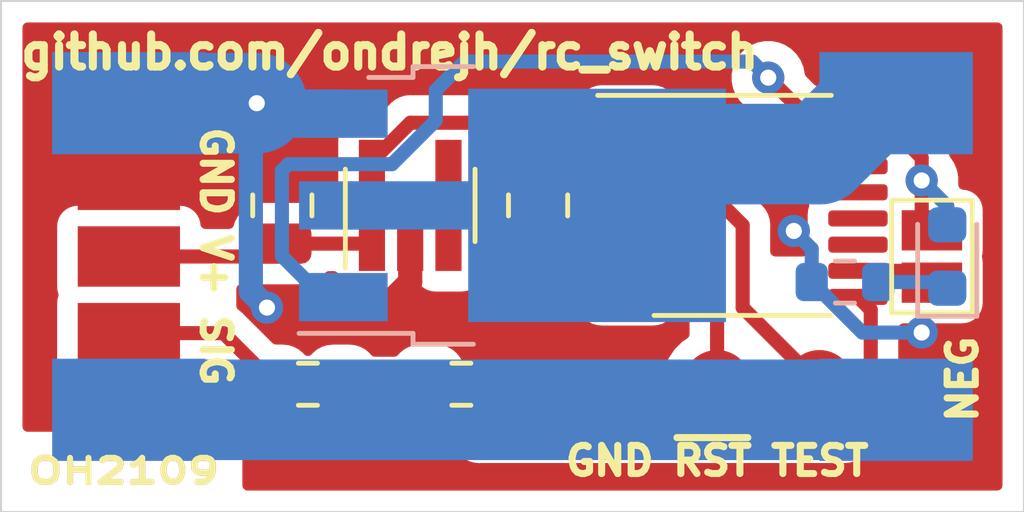
<source format=kicad_pcb>
(kicad_pcb (version 20171130) (host pcbnew 5.1.9+dfsg1-1)

  (general
    (thickness 1.6)
    (drawings 14)
    (tracks 92)
    (zones 0)
    (modules 14)
    (nets 23)
  )

  (page A4)
  (layers
    (0 F.Cu signal)
    (31 B.Cu signal)
    (32 B.Adhes user)
    (33 F.Adhes user)
    (34 B.Paste user hide)
    (35 F.Paste user hide)
    (36 B.SilkS user)
    (37 F.SilkS user)
    (38 B.Mask user hide)
    (39 F.Mask user)
    (40 Dwgs.User user)
    (41 Cmts.User user)
    (42 Eco1.User user)
    (43 Eco2.User user)
    (44 Edge.Cuts user)
    (45 Margin user)
    (46 B.CrtYd user)
    (47 F.CrtYd user)
    (48 B.Fab user hide)
    (49 F.Fab user hide)
  )

  (setup
    (last_trace_width 0.35)
    (trace_clearance 0.25)
    (zone_clearance 0.508)
    (zone_45_only no)
    (trace_min 0.2)
    (via_size 0.8)
    (via_drill 0.4)
    (via_min_size 0.4)
    (via_min_drill 0.3)
    (uvia_size 0.3)
    (uvia_drill 0.1)
    (uvias_allowed no)
    (uvia_min_size 0.2)
    (uvia_min_drill 0.1)
    (edge_width 0.05)
    (segment_width 0.2)
    (pcb_text_width 0.3)
    (pcb_text_size 1.5 1.5)
    (mod_edge_width 0.12)
    (mod_text_size 1 1)
    (mod_text_width 0.15)
    (pad_size 1.524 1.524)
    (pad_drill 0.762)
    (pad_to_mask_clearance 0)
    (aux_axis_origin 0 0)
    (visible_elements FFFFFF7F)
    (pcbplotparams
      (layerselection 0x010e0_ffffffff)
      (usegerberextensions false)
      (usegerberattributes true)
      (usegerberadvancedattributes true)
      (creategerberjobfile true)
      (excludeedgelayer true)
      (linewidth 0.100000)
      (plotframeref false)
      (viasonmask false)
      (mode 1)
      (useauxorigin false)
      (hpglpennumber 1)
      (hpglpenspeed 20)
      (hpglpendiameter 15.000000)
      (psnegative false)
      (psa4output false)
      (plotreference true)
      (plotvalue true)
      (plotinvisibletext false)
      (padsonsilk false)
      (subtractmaskfromsilk false)
      (outputformat 1)
      (mirror false)
      (drillshape 0)
      (scaleselection 1)
      (outputdirectory ""))
  )

  (net 0 "")
  (net 1 "Net-(C1-Pad1)")
  (net 2 GND)
  (net 3 /3V3)
  (net 4 "Net-(D1-Pad1)")
  (net 5 "Net-(D1-Pad2)")
  (net 6 /SIG)
  (net 7 "Net-(IC1-Pad2)")
  (net 8 "Net-(IC1-Pad3)")
  (net 9 "Net-(IC1-Pad4)")
  (net 10 "Net-(IC1-Pad7)")
  (net 11 "Net-(IC1-Pad8)")
  (net 12 "Net-(IC1-Pad10)")
  (net 13 "Net-(IC1-Pad11)")
  (net 14 "Net-(IC1-Pad12)")
  (net 15 "Net-(IC1-Pad13)")
  (net 16 "Net-(IC1-Pad14)")
  (net 17 "Net-(IC1-Pad16)")
  (net 18 "Net-(J1-Pad2)")
  (net 19 "Net-(J2-Pad3)")
  (net 20 "Net-(J4-Pad1)")
  (net 21 "Net-(U1-Pad4)")
  (net 22 "Net-(IC1-Pad1)")

  (net_class Default "This is the default net class."
    (clearance 0.25)
    (trace_width 0.35)
    (via_dia 0.8)
    (via_drill 0.4)
    (uvia_dia 0.3)
    (uvia_drill 0.1)
    (add_net /3V3)
    (add_net /SIG)
    (add_net "Net-(C1-Pad1)")
    (add_net "Net-(D1-Pad1)")
    (add_net "Net-(D1-Pad2)")
    (add_net "Net-(IC1-Pad1)")
    (add_net "Net-(IC1-Pad10)")
    (add_net "Net-(IC1-Pad11)")
    (add_net "Net-(IC1-Pad12)")
    (add_net "Net-(IC1-Pad13)")
    (add_net "Net-(IC1-Pad14)")
    (add_net "Net-(IC1-Pad16)")
    (add_net "Net-(IC1-Pad2)")
    (add_net "Net-(IC1-Pad3)")
    (add_net "Net-(IC1-Pad4)")
    (add_net "Net-(IC1-Pad7)")
    (add_net "Net-(IC1-Pad8)")
    (add_net "Net-(J2-Pad3)")
    (add_net "Net-(U1-Pad4)")
  )

  (net_class PWR ""
    (clearance 0.25)
    (trace_width 0.6)
    (via_dia 0.8)
    (via_drill 0.4)
    (uvia_dia 0.3)
    (uvia_drill 0.1)
    (add_net GND)
    (add_net "Net-(J1-Pad2)")
    (add_net "Net-(J4-Pad1)")
  )

  (module Package_TO_SOT_SMD:SOT-23-5 (layer F.Cu) (tedit 5A02FF57) (tstamp 613E25C4)
    (at 143.51 87.63 90)
    (descr "5-pin SOT23 package")
    (tags SOT-23-5)
    (path /613EF471)
    (attr smd)
    (fp_text reference U1 (at 0 -2.9 90) (layer F.SilkS) hide
      (effects (font (size 1 1) (thickness 0.15)))
    )
    (fp_text value AP2202K-3.3 (at 0 2.9 90) (layer F.Fab)
      (effects (font (size 1 1) (thickness 0.15)))
    )
    (fp_line (start -0.9 1.61) (end 0.9 1.61) (layer F.SilkS) (width 0.12))
    (fp_line (start 0.9 -1.61) (end -1.55 -1.61) (layer F.SilkS) (width 0.12))
    (fp_line (start -1.9 -1.8) (end 1.9 -1.8) (layer F.CrtYd) (width 0.05))
    (fp_line (start 1.9 -1.8) (end 1.9 1.8) (layer F.CrtYd) (width 0.05))
    (fp_line (start 1.9 1.8) (end -1.9 1.8) (layer F.CrtYd) (width 0.05))
    (fp_line (start -1.9 1.8) (end -1.9 -1.8) (layer F.CrtYd) (width 0.05))
    (fp_line (start -0.9 -0.9) (end -0.25 -1.55) (layer F.Fab) (width 0.1))
    (fp_line (start 0.9 -1.55) (end -0.25 -1.55) (layer F.Fab) (width 0.1))
    (fp_line (start -0.9 -0.9) (end -0.9 1.55) (layer F.Fab) (width 0.1))
    (fp_line (start 0.9 1.55) (end -0.9 1.55) (layer F.Fab) (width 0.1))
    (fp_line (start 0.9 -1.55) (end 0.9 1.55) (layer F.Fab) (width 0.1))
    (fp_text user %R (at 0 0) (layer F.Fab)
      (effects (font (size 0.5 0.5) (thickness 0.075)))
    )
    (pad 1 smd rect (at -1.1 -0.95 90) (size 1.06 0.65) (layers F.Cu F.Paste F.Mask)
      (net 1 "Net-(C1-Pad1)"))
    (pad 2 smd rect (at -1.1 0 90) (size 1.06 0.65) (layers F.Cu F.Paste F.Mask)
      (net 2 GND))
    (pad 3 smd rect (at -1.1 0.95 90) (size 1.06 0.65) (layers F.Cu F.Paste F.Mask)
      (net 1 "Net-(C1-Pad1)"))
    (pad 4 smd rect (at 1.1 0.95 90) (size 1.06 0.65) (layers F.Cu F.Paste F.Mask)
      (net 21 "Net-(U1-Pad4)"))
    (pad 5 smd rect (at 1.1 -0.95 90) (size 1.06 0.65) (layers F.Cu F.Paste F.Mask)
      (net 3 /3V3))
    (model ${KISYS3DMOD}/Package_TO_SOT_SMD.3dshapes/SOT-23-5.wrl
      (at (xyz 0 0 0))
      (scale (xyz 1 1 1))
      (rotate (xyz 0 0 0))
    )
  )

  (module Package_TO_SOT_SMD:TO-252-3_TabPin2 (layer B.Cu) (tedit 5A70F30B) (tstamp 613DCDEF)
    (at 146.05 87.63)
    (descr "TO-252 / DPAK SMD package, http://www.infineon.com/cms/en/product/packages/PG-TO252/PG-TO252-3-1/")
    (tags "DPAK TO-252 DPAK-3 TO-252-3 SOT-428")
    (path /613EA9E3)
    (attr smd)
    (fp_text reference Q1 (at 0 4.5) (layer B.SilkS) hide
      (effects (font (size 1 1) (thickness 0.15)) (justify mirror))
    )
    (fp_text value 2SK2231 (at 0 -4.5) (layer B.Fab)
      (effects (font (size 1 1) (thickness 0.15)) (justify mirror))
    )
    (fp_line (start 3.95 2.7) (end 4.95 2.7) (layer B.Fab) (width 0.1))
    (fp_line (start 4.95 2.7) (end 4.95 -2.7) (layer B.Fab) (width 0.1))
    (fp_line (start 4.95 -2.7) (end 3.95 -2.7) (layer B.Fab) (width 0.1))
    (fp_line (start 3.95 3.25) (end 3.95 -3.25) (layer B.Fab) (width 0.1))
    (fp_line (start 3.95 -3.25) (end -2.27 -3.25) (layer B.Fab) (width 0.1))
    (fp_line (start -2.27 -3.25) (end -2.27 2.25) (layer B.Fab) (width 0.1))
    (fp_line (start -2.27 2.25) (end -1.27 3.25) (layer B.Fab) (width 0.1))
    (fp_line (start -1.27 3.25) (end 3.95 3.25) (layer B.Fab) (width 0.1))
    (fp_line (start -1.865 2.655) (end -4.97 2.655) (layer B.Fab) (width 0.1))
    (fp_line (start -4.97 2.655) (end -4.97 1.905) (layer B.Fab) (width 0.1))
    (fp_line (start -4.97 1.905) (end -2.27 1.905) (layer B.Fab) (width 0.1))
    (fp_line (start -2.27 0.375) (end -4.97 0.375) (layer B.Fab) (width 0.1))
    (fp_line (start -4.97 0.375) (end -4.97 -0.375) (layer B.Fab) (width 0.1))
    (fp_line (start -4.97 -0.375) (end -2.27 -0.375) (layer B.Fab) (width 0.1))
    (fp_line (start -2.27 -1.905) (end -4.97 -1.905) (layer B.Fab) (width 0.1))
    (fp_line (start -4.97 -1.905) (end -4.97 -2.655) (layer B.Fab) (width 0.1))
    (fp_line (start -4.97 -2.655) (end -2.27 -2.655) (layer B.Fab) (width 0.1))
    (fp_line (start -0.97 3.45) (end -2.47 3.45) (layer B.SilkS) (width 0.12))
    (fp_line (start -2.47 3.45) (end -2.47 3.18) (layer B.SilkS) (width 0.12))
    (fp_line (start -2.47 3.18) (end -5.3 3.18) (layer B.SilkS) (width 0.12))
    (fp_line (start -0.97 -3.45) (end -2.47 -3.45) (layer B.SilkS) (width 0.12))
    (fp_line (start -2.47 -3.45) (end -2.47 -3.18) (layer B.SilkS) (width 0.12))
    (fp_line (start -2.47 -3.18) (end -3.57 -3.18) (layer B.SilkS) (width 0.12))
    (fp_line (start -5.55 3.5) (end -5.55 -3.5) (layer B.CrtYd) (width 0.05))
    (fp_line (start -5.55 -3.5) (end 5.55 -3.5) (layer B.CrtYd) (width 0.05))
    (fp_line (start 5.55 -3.5) (end 5.55 3.5) (layer B.CrtYd) (width 0.05))
    (fp_line (start 5.55 3.5) (end -5.55 3.5) (layer B.CrtYd) (width 0.05))
    (fp_text user %R (at 0 0) (layer B.Fab)
      (effects (font (size 1 1) (thickness 0.15)) (justify mirror))
    )
    (pad 1 smd rect (at -4.2 2.28) (size 2.2 1.2) (layers B.Cu B.Paste B.Mask)
      (net 17 "Net-(IC1-Pad16)"))
    (pad 2 smd rect (at -4.2 0) (size 2.2 1.2) (layers B.Cu B.Paste B.Mask)
      (net 20 "Net-(J4-Pad1)"))
    (pad 3 smd rect (at -4.2 -2.28) (size 2.2 1.2) (layers B.Cu B.Paste B.Mask)
      (net 2 GND))
    (pad 2 smd rect (at 2.1 0) (size 6.4 5.8) (layers B.Cu B.Mask)
      (net 20 "Net-(J4-Pad1)"))
    (pad "" smd rect (at 3.775 -1.525) (size 3.05 2.75) (layers B.Paste))
    (pad "" smd rect (at 0.425 1.525) (size 3.05 2.75) (layers B.Paste))
    (pad "" smd rect (at 3.775 1.525) (size 3.05 2.75) (layers B.Paste))
    (pad "" smd rect (at 0.425 -1.525) (size 3.05 2.75) (layers B.Paste))
    (model ${KISYS3DMOD}/Package_TO_SOT_SMD.3dshapes/TO-252-3_TabPin2.wrl
      (at (xyz 0 0 0))
      (scale (xyz 1 1 1))
      (rotate (xyz 0 0 0))
    )
  )

  (module switch:PROG (layer F.Cu) (tedit 613DCA67) (tstamp 613E2188)
    (at 151.13 92.075 90)
    (path /613F250D)
    (fp_text reference J3 (at 0 0.5 90) (layer F.SilkS) hide
      (effects (font (size 1 1) (thickness 0.15)))
    )
    (fp_text value Conn_01x03 (at 0 -0.5 90) (layer F.Fab)
      (effects (font (size 1 1) (thickness 0.15)))
    )
    (pad 2 smd circle (at 0 0 90) (size 1.7 1.7) (layers F.Cu F.Paste F.Mask)
      (net 9 "Net-(IC1-Pad4)"))
    (pad 3 smd circle (at 0 2.54 90) (size 1.7 1.7) (layers F.Cu F.Paste F.Mask)
      (net 8 "Net-(IC1-Pad3)"))
    (pad 1 smd rect (at 0 -2.54 90) (size 1.7 1.7) (layers F.Cu F.Paste F.Mask)
      (net 2 GND))
  )

  (module LED_SMD:LED_0603_1608Metric (layer B.Cu) (tedit 5F68FEF1) (tstamp 613DCA24)
    (at 156.845 88.9 90)
    (descr "LED SMD 0603 (1608 Metric), square (rectangular) end terminal, IPC_7351 nominal, (Body size source: http://www.tortai-tech.com/upload/download/2011102023233369053.pdf), generated with kicad-footprint-generator")
    (tags LED)
    (path /613F4707)
    (attr smd)
    (fp_text reference D1 (at 0 1.43 90) (layer B.SilkS) hide
      (effects (font (size 1 1) (thickness 0.15)) (justify mirror))
    )
    (fp_text value LED (at 0 -1.43 90) (layer B.Fab)
      (effects (font (size 1 1) (thickness 0.15)) (justify mirror))
    )
    (fp_line (start 0.8 0.4) (end -0.5 0.4) (layer B.Fab) (width 0.1))
    (fp_line (start -0.5 0.4) (end -0.8 0.1) (layer B.Fab) (width 0.1))
    (fp_line (start -0.8 0.1) (end -0.8 -0.4) (layer B.Fab) (width 0.1))
    (fp_line (start -0.8 -0.4) (end 0.8 -0.4) (layer B.Fab) (width 0.1))
    (fp_line (start 0.8 -0.4) (end 0.8 0.4) (layer B.Fab) (width 0.1))
    (fp_line (start 0.8 0.735) (end -1.485 0.735) (layer B.SilkS) (width 0.12))
    (fp_line (start -1.485 0.735) (end -1.485 -0.735) (layer B.SilkS) (width 0.12))
    (fp_line (start -1.485 -0.735) (end 0.8 -0.735) (layer B.SilkS) (width 0.12))
    (fp_line (start -1.48 -0.73) (end -1.48 0.73) (layer B.CrtYd) (width 0.05))
    (fp_line (start -1.48 0.73) (end 1.48 0.73) (layer B.CrtYd) (width 0.05))
    (fp_line (start 1.48 0.73) (end 1.48 -0.73) (layer B.CrtYd) (width 0.05))
    (fp_line (start 1.48 -0.73) (end -1.48 -0.73) (layer B.CrtYd) (width 0.05))
    (fp_text user %R (at 0 0 90) (layer B.Fab)
      (effects (font (size 0.4 0.4) (thickness 0.06)) (justify mirror))
    )
    (pad 1 smd roundrect (at -0.7875 0 90) (size 0.875 0.95) (layers B.Cu B.Paste B.Mask) (roundrect_rratio 0.25)
      (net 4 "Net-(D1-Pad1)"))
    (pad 2 smd roundrect (at 0.7875 0 90) (size 0.875 0.95) (layers B.Cu B.Paste B.Mask) (roundrect_rratio 0.25)
      (net 5 "Net-(D1-Pad2)"))
    (model ${KISYS3DMOD}/LED_SMD.3dshapes/LED_0603_1608Metric.wrl
      (at (xyz 0 0 0))
      (scale (xyz 1 1 1))
      (rotate (xyz 0 0 0))
    )
  )

  (module Package_SO:TSSOP-16_4.4x5mm_P0.65mm (layer F.Cu) (tedit 5E476F32) (tstamp 613DCA46)
    (at 151.765 87.63)
    (descr "TSSOP, 16 Pin (JEDEC MO-153 Var AB https://www.jedec.org/document_search?search_api_views_fulltext=MO-153), generated with kicad-footprint-generator ipc_gullwing_generator.py")
    (tags "TSSOP SO")
    (path /613E0728)
    (attr smd)
    (fp_text reference IC1 (at 0 -3.45) (layer F.SilkS) hide
      (effects (font (size 1 1) (thickness 0.15)))
    )
    (fp_text value MSP430FR2000IPW16 (at 0 3.45) (layer F.Fab)
      (effects (font (size 1 1) (thickness 0.15)))
    )
    (fp_line (start 0 2.735) (end 2.2 2.735) (layer F.SilkS) (width 0.12))
    (fp_line (start 0 2.735) (end -2.2 2.735) (layer F.SilkS) (width 0.12))
    (fp_line (start 0 -2.735) (end 2.2 -2.735) (layer F.SilkS) (width 0.12))
    (fp_line (start 0 -2.735) (end -3.6 -2.735) (layer F.SilkS) (width 0.12))
    (fp_line (start -1.2 -2.5) (end 2.2 -2.5) (layer F.Fab) (width 0.1))
    (fp_line (start 2.2 -2.5) (end 2.2 2.5) (layer F.Fab) (width 0.1))
    (fp_line (start 2.2 2.5) (end -2.2 2.5) (layer F.Fab) (width 0.1))
    (fp_line (start -2.2 2.5) (end -2.2 -1.5) (layer F.Fab) (width 0.1))
    (fp_line (start -2.2 -1.5) (end -1.2 -2.5) (layer F.Fab) (width 0.1))
    (fp_line (start -3.85 -2.75) (end -3.85 2.75) (layer F.CrtYd) (width 0.05))
    (fp_line (start -3.85 2.75) (end 3.85 2.75) (layer F.CrtYd) (width 0.05))
    (fp_line (start 3.85 2.75) (end 3.85 -2.75) (layer F.CrtYd) (width 0.05))
    (fp_line (start 3.85 -2.75) (end -3.85 -2.75) (layer F.CrtYd) (width 0.05))
    (fp_text user %R (at 0 0) (layer F.Fab)
      (effects (font (size 1 1) (thickness 0.15)))
    )
    (pad 1 smd roundrect (at -2.8625 -2.275) (size 1.475 0.4) (layers F.Cu F.Paste F.Mask) (roundrect_rratio 0.25)
      (net 22 "Net-(IC1-Pad1)"))
    (pad 2 smd roundrect (at -2.8625 -1.625) (size 1.475 0.4) (layers F.Cu F.Paste F.Mask) (roundrect_rratio 0.25)
      (net 7 "Net-(IC1-Pad2)"))
    (pad 3 smd roundrect (at -2.8625 -0.975) (size 1.475 0.4) (layers F.Cu F.Paste F.Mask) (roundrect_rratio 0.25)
      (net 8 "Net-(IC1-Pad3)"))
    (pad 4 smd roundrect (at -2.8625 -0.325) (size 1.475 0.4) (layers F.Cu F.Paste F.Mask) (roundrect_rratio 0.25)
      (net 9 "Net-(IC1-Pad4)"))
    (pad 5 smd roundrect (at -2.8625 0.325) (size 1.475 0.4) (layers F.Cu F.Paste F.Mask) (roundrect_rratio 0.25)
      (net 3 /3V3))
    (pad 6 smd roundrect (at -2.8625 0.975) (size 1.475 0.4) (layers F.Cu F.Paste F.Mask) (roundrect_rratio 0.25)
      (net 2 GND))
    (pad 7 smd roundrect (at -2.8625 1.625) (size 1.475 0.4) (layers F.Cu F.Paste F.Mask) (roundrect_rratio 0.25)
      (net 10 "Net-(IC1-Pad7)"))
    (pad 8 smd roundrect (at -2.8625 2.275) (size 1.475 0.4) (layers F.Cu F.Paste F.Mask) (roundrect_rratio 0.25)
      (net 11 "Net-(IC1-Pad8)"))
    (pad 9 smd roundrect (at 2.8625 2.275) (size 1.475 0.4) (layers F.Cu F.Paste F.Mask) (roundrect_rratio 0.25)
      (net 6 /SIG))
    (pad 10 smd roundrect (at 2.8625 1.625) (size 1.475 0.4) (layers F.Cu F.Paste F.Mask) (roundrect_rratio 0.25)
      (net 12 "Net-(IC1-Pad10)"))
    (pad 11 smd roundrect (at 2.8625 0.975) (size 1.475 0.4) (layers F.Cu F.Paste F.Mask) (roundrect_rratio 0.25)
      (net 13 "Net-(IC1-Pad11)"))
    (pad 12 smd roundrect (at 2.8625 0.325) (size 1.475 0.4) (layers F.Cu F.Paste F.Mask) (roundrect_rratio 0.25)
      (net 14 "Net-(IC1-Pad12)"))
    (pad 13 smd roundrect (at 2.8625 -0.325) (size 1.475 0.4) (layers F.Cu F.Paste F.Mask) (roundrect_rratio 0.25)
      (net 15 "Net-(IC1-Pad13)"))
    (pad 14 smd roundrect (at 2.8625 -0.975) (size 1.475 0.4) (layers F.Cu F.Paste F.Mask) (roundrect_rratio 0.25)
      (net 16 "Net-(IC1-Pad14)"))
    (pad 15 smd roundrect (at 2.8625 -1.625) (size 1.475 0.4) (layers F.Cu F.Paste F.Mask) (roundrect_rratio 0.25)
      (net 5 "Net-(D1-Pad2)"))
    (pad 16 smd roundrect (at 2.8625 -2.275) (size 1.475 0.4) (layers F.Cu F.Paste F.Mask) (roundrect_rratio 0.25)
      (net 17 "Net-(IC1-Pad16)"))
    (model ${KISYS3DMOD}/Package_SO.3dshapes/TSSOP-16_4.4x5mm_P0.65mm.wrl
      (at (xyz 0 0 0))
      (scale (xyz 1 1 1))
      (rotate (xyz 0 0 0))
    )
  )

  (module Resistor_SMD:R_0603_1608Metric (layer F.Cu) (tedit 5F68FEEE) (tstamp 613DCAB1)
    (at 140.97 92.075)
    (descr "Resistor SMD 0603 (1608 Metric), square (rectangular) end terminal, IPC_7351 nominal, (Body size source: IPC-SM-782 page 72, https://www.pcb-3d.com/wordpress/wp-content/uploads/ipc-sm-782a_amendment_1_and_2.pdf), generated with kicad-footprint-generator")
    (tags resistor)
    (path /613E61DF)
    (attr smd)
    (fp_text reference R1 (at 0 -1.43) (layer F.SilkS) hide
      (effects (font (size 1 1) (thickness 0.15)))
    )
    (fp_text value 10k (at 0 1.43) (layer F.Fab)
      (effects (font (size 1 1) (thickness 0.15)))
    )
    (fp_line (start -0.8 0.4125) (end -0.8 -0.4125) (layer F.Fab) (width 0.1))
    (fp_line (start -0.8 -0.4125) (end 0.8 -0.4125) (layer F.Fab) (width 0.1))
    (fp_line (start 0.8 -0.4125) (end 0.8 0.4125) (layer F.Fab) (width 0.1))
    (fp_line (start 0.8 0.4125) (end -0.8 0.4125) (layer F.Fab) (width 0.1))
    (fp_line (start -0.237258 -0.5225) (end 0.237258 -0.5225) (layer F.SilkS) (width 0.12))
    (fp_line (start -0.237258 0.5225) (end 0.237258 0.5225) (layer F.SilkS) (width 0.12))
    (fp_line (start -1.48 0.73) (end -1.48 -0.73) (layer F.CrtYd) (width 0.05))
    (fp_line (start -1.48 -0.73) (end 1.48 -0.73) (layer F.CrtYd) (width 0.05))
    (fp_line (start 1.48 -0.73) (end 1.48 0.73) (layer F.CrtYd) (width 0.05))
    (fp_line (start 1.48 0.73) (end -1.48 0.73) (layer F.CrtYd) (width 0.05))
    (fp_text user %R (at 0 0) (layer F.Fab)
      (effects (font (size 0.4 0.4) (thickness 0.06)))
    )
    (pad 1 smd roundrect (at -0.825 0) (size 0.8 0.95) (layers F.Cu F.Paste F.Mask) (roundrect_rratio 0.25)
      (net 19 "Net-(J2-Pad3)"))
    (pad 2 smd roundrect (at 0.825 0) (size 0.8 0.95) (layers F.Cu F.Paste F.Mask) (roundrect_rratio 0.25)
      (net 6 /SIG))
    (model ${KISYS3DMOD}/Resistor_SMD.3dshapes/R_0603_1608Metric.wrl
      (at (xyz 0 0 0))
      (scale (xyz 1 1 1))
      (rotate (xyz 0 0 0))
    )
  )

  (module Resistor_SMD:R_0603_1608Metric (layer F.Cu) (tedit 5F68FEEE) (tstamp 613DCAC2)
    (at 144.78 92.075)
    (descr "Resistor SMD 0603 (1608 Metric), square (rectangular) end terminal, IPC_7351 nominal, (Body size source: IPC-SM-782 page 72, https://www.pcb-3d.com/wordpress/wp-content/uploads/ipc-sm-782a_amendment_1_and_2.pdf), generated with kicad-footprint-generator")
    (tags resistor)
    (path /613E682E)
    (attr smd)
    (fp_text reference R2 (at 0 -1.43) (layer F.SilkS) hide
      (effects (font (size 1 1) (thickness 0.15)))
    )
    (fp_text value 22k (at 0 1.43) (layer F.Fab)
      (effects (font (size 1 1) (thickness 0.15)))
    )
    (fp_line (start 1.48 0.73) (end -1.48 0.73) (layer F.CrtYd) (width 0.05))
    (fp_line (start 1.48 -0.73) (end 1.48 0.73) (layer F.CrtYd) (width 0.05))
    (fp_line (start -1.48 -0.73) (end 1.48 -0.73) (layer F.CrtYd) (width 0.05))
    (fp_line (start -1.48 0.73) (end -1.48 -0.73) (layer F.CrtYd) (width 0.05))
    (fp_line (start -0.237258 0.5225) (end 0.237258 0.5225) (layer F.SilkS) (width 0.12))
    (fp_line (start -0.237258 -0.5225) (end 0.237258 -0.5225) (layer F.SilkS) (width 0.12))
    (fp_line (start 0.8 0.4125) (end -0.8 0.4125) (layer F.Fab) (width 0.1))
    (fp_line (start 0.8 -0.4125) (end 0.8 0.4125) (layer F.Fab) (width 0.1))
    (fp_line (start -0.8 -0.4125) (end 0.8 -0.4125) (layer F.Fab) (width 0.1))
    (fp_line (start -0.8 0.4125) (end -0.8 -0.4125) (layer F.Fab) (width 0.1))
    (fp_text user %R (at 0 0) (layer F.Fab)
      (effects (font (size 0.4 0.4) (thickness 0.06)))
    )
    (pad 2 smd roundrect (at 0.825 0) (size 0.8 0.95) (layers F.Cu F.Paste F.Mask) (roundrect_rratio 0.25)
      (net 2 GND))
    (pad 1 smd roundrect (at -0.825 0) (size 0.8 0.95) (layers F.Cu F.Paste F.Mask) (roundrect_rratio 0.25)
      (net 6 /SIG))
    (model ${KISYS3DMOD}/Resistor_SMD.3dshapes/R_0603_1608Metric.wrl
      (at (xyz 0 0 0))
      (scale (xyz 1 1 1))
      (rotate (xyz 0 0 0))
    )
  )

  (module Resistor_SMD:R_0603_1608Metric (layer B.Cu) (tedit 5F68FEEE) (tstamp 613DCAD3)
    (at 154.305 89.535 180)
    (descr "Resistor SMD 0603 (1608 Metric), square (rectangular) end terminal, IPC_7351 nominal, (Body size source: IPC-SM-782 page 72, https://www.pcb-3d.com/wordpress/wp-content/uploads/ipc-sm-782a_amendment_1_and_2.pdf), generated with kicad-footprint-generator")
    (tags resistor)
    (path /613F6066)
    (attr smd)
    (fp_text reference R3 (at 0 1.43) (layer B.SilkS) hide
      (effects (font (size 1 1) (thickness 0.15)) (justify mirror))
    )
    (fp_text value 1k0 (at 0 -1.43) (layer B.Fab)
      (effects (font (size 1 1) (thickness 0.15)) (justify mirror))
    )
    (fp_line (start -0.8 -0.4125) (end -0.8 0.4125) (layer B.Fab) (width 0.1))
    (fp_line (start -0.8 0.4125) (end 0.8 0.4125) (layer B.Fab) (width 0.1))
    (fp_line (start 0.8 0.4125) (end 0.8 -0.4125) (layer B.Fab) (width 0.1))
    (fp_line (start 0.8 -0.4125) (end -0.8 -0.4125) (layer B.Fab) (width 0.1))
    (fp_line (start -0.237258 0.5225) (end 0.237258 0.5225) (layer B.SilkS) (width 0.12))
    (fp_line (start -0.237258 -0.5225) (end 0.237258 -0.5225) (layer B.SilkS) (width 0.12))
    (fp_line (start -1.48 -0.73) (end -1.48 0.73) (layer B.CrtYd) (width 0.05))
    (fp_line (start -1.48 0.73) (end 1.48 0.73) (layer B.CrtYd) (width 0.05))
    (fp_line (start 1.48 0.73) (end 1.48 -0.73) (layer B.CrtYd) (width 0.05))
    (fp_line (start 1.48 -0.73) (end -1.48 -0.73) (layer B.CrtYd) (width 0.05))
    (fp_text user %R (at 0 0) (layer B.Fab)
      (effects (font (size 0.4 0.4) (thickness 0.06)) (justify mirror))
    )
    (pad 1 smd roundrect (at -0.825 0 180) (size 0.8 0.95) (layers B.Cu B.Paste B.Mask) (roundrect_rratio 0.25)
      (net 4 "Net-(D1-Pad1)"))
    (pad 2 smd roundrect (at 0.825 0 180) (size 0.8 0.95) (layers B.Cu B.Paste B.Mask) (roundrect_rratio 0.25)
      (net 2 GND))
    (model ${KISYS3DMOD}/Resistor_SMD.3dshapes/R_0603_1608Metric.wrl
      (at (xyz 0 0 0))
      (scale (xyz 1 1 1))
      (rotate (xyz 0 0 0))
    )
  )

  (module switch:PWR_CON (layer B.Cu) (tedit 613DC64E) (tstamp 613E205B)
    (at 136.525 88.9 180)
    (path /613D425B)
    (fp_text reference J1 (at 0 -0.5) (layer B.SilkS) hide
      (effects (font (size 1 1) (thickness 0.15)) (justify mirror))
    )
    (fp_text value Conn_01x02 (at 0 0.5) (layer B.Fab)
      (effects (font (size 1 1) (thickness 0.15)) (justify mirror))
    )
    (pad 1 smd rect (at 0 3.81 180) (size 3.81 2.54) (layers B.Cu B.Paste B.Mask)
      (net 2 GND))
    (pad 2 smd rect (at 0 -3.81 180) (size 3.81 2.54) (layers B.Cu B.Paste B.Mask)
      (net 18 "Net-(J1-Pad2)"))
  )

  (module switch:PWR_CON (layer B.Cu) (tedit 613DC64E) (tstamp 613E2060)
    (at 155.575 88.9 180)
    (path /613D512D)
    (fp_text reference J4 (at 0 -0.5) (layer B.SilkS) hide
      (effects (font (size 1 1) (thickness 0.15)) (justify mirror))
    )
    (fp_text value Conn_01x02 (at 0 0.5) (layer B.Fab)
      (effects (font (size 1 1) (thickness 0.15)) (justify mirror))
    )
    (pad 2 smd rect (at 0 -3.81 180) (size 3.81 2.54) (layers B.Cu B.Paste B.Mask)
      (net 18 "Net-(J1-Pad2)"))
    (pad 1 smd rect (at 0 3.81 180) (size 3.81 2.54) (layers B.Cu B.Paste B.Mask)
      (net 20 "Net-(J4-Pad1)"))
  )

  (module switch:SERVO (layer F.Cu) (tedit 613DCB8D) (tstamp 613E2521)
    (at 136.525 88.9)
    (path /613DEDAA)
    (fp_text reference J2 (at 0 0.5) (layer F.SilkS) hide
      (effects (font (size 1 1) (thickness 0.15)))
    )
    (fp_text value Conn_01x03 (at 0 -0.5) (layer F.Fab)
      (effects (font (size 1 1) (thickness 0.15)))
    )
    (pad 1 smd rect (at 0 -1.905) (size 2.54 1.5) (layers F.Cu F.Paste F.Mask)
      (net 2 GND))
    (pad 2 smd rect (at 0 0) (size 2.54 1.5) (layers F.Cu F.Paste F.Mask)
      (net 1 "Net-(C1-Pad1)"))
    (pad 3 smd rect (at 0 1.905) (size 2.54 1.5) (layers F.Cu F.Paste F.Mask)
      (net 19 "Net-(J2-Pad3)"))
  )

  (module Capacitor_SMD:C_0805_2012Metric (layer F.Cu) (tedit 5F68FEEE) (tstamp 613EEF67)
    (at 140.335 87.63 90)
    (descr "Capacitor SMD 0805 (2012 Metric), square (rectangular) end terminal, IPC_7351 nominal, (Body size source: IPC-SM-782 page 76, https://www.pcb-3d.com/wordpress/wp-content/uploads/ipc-sm-782a_amendment_1_and_2.pdf, https://docs.google.com/spreadsheets/d/1BsfQQcO9C6DZCsRaXUlFlo91Tg2WpOkGARC1WS5S8t0/edit?usp=sharing), generated with kicad-footprint-generator")
    (tags capacitor)
    (path /613EEAD0)
    (attr smd)
    (fp_text reference C1 (at 0 -1.68 90) (layer F.SilkS) hide
      (effects (font (size 1 1) (thickness 0.15)))
    )
    (fp_text value 220n (at 0 1.68 90) (layer F.Fab)
      (effects (font (size 1 1) (thickness 0.15)))
    )
    (fp_line (start 1.7 0.98) (end -1.7 0.98) (layer F.CrtYd) (width 0.05))
    (fp_line (start 1.7 -0.98) (end 1.7 0.98) (layer F.CrtYd) (width 0.05))
    (fp_line (start -1.7 -0.98) (end 1.7 -0.98) (layer F.CrtYd) (width 0.05))
    (fp_line (start -1.7 0.98) (end -1.7 -0.98) (layer F.CrtYd) (width 0.05))
    (fp_line (start -0.261252 0.735) (end 0.261252 0.735) (layer F.SilkS) (width 0.12))
    (fp_line (start -0.261252 -0.735) (end 0.261252 -0.735) (layer F.SilkS) (width 0.12))
    (fp_line (start 1 0.625) (end -1 0.625) (layer F.Fab) (width 0.1))
    (fp_line (start 1 -0.625) (end 1 0.625) (layer F.Fab) (width 0.1))
    (fp_line (start -1 -0.625) (end 1 -0.625) (layer F.Fab) (width 0.1))
    (fp_line (start -1 0.625) (end -1 -0.625) (layer F.Fab) (width 0.1))
    (fp_text user %R (at 0 0 90) (layer F.Fab)
      (effects (font (size 0.5 0.5) (thickness 0.08)))
    )
    (pad 1 smd roundrect (at -0.95 0 90) (size 1 1.45) (layers F.Cu F.Paste F.Mask) (roundrect_rratio 0.25)
      (net 1 "Net-(C1-Pad1)"))
    (pad 2 smd roundrect (at 0.95 0 90) (size 1 1.45) (layers F.Cu F.Paste F.Mask) (roundrect_rratio 0.25)
      (net 2 GND))
    (model ${KISYS3DMOD}/Capacitor_SMD.3dshapes/C_0805_2012Metric.wrl
      (at (xyz 0 0 0))
      (scale (xyz 1 1 1))
      (rotate (xyz 0 0 0))
    )
  )

  (module Capacitor_SMD:C_0805_2012Metric (layer F.Cu) (tedit 5F68FEEE) (tstamp 613EEF77)
    (at 146.685 87.63 270)
    (descr "Capacitor SMD 0805 (2012 Metric), square (rectangular) end terminal, IPC_7351 nominal, (Body size source: IPC-SM-782 page 76, https://www.pcb-3d.com/wordpress/wp-content/uploads/ipc-sm-782a_amendment_1_and_2.pdf, https://docs.google.com/spreadsheets/d/1BsfQQcO9C6DZCsRaXUlFlo91Tg2WpOkGARC1WS5S8t0/edit?usp=sharing), generated with kicad-footprint-generator")
    (tags capacitor)
    (path /613EF76A)
    (attr smd)
    (fp_text reference C2 (at 0 -1.68 90) (layer F.SilkS) hide
      (effects (font (size 1 1) (thickness 0.15)))
    )
    (fp_text value 220n (at 0 1.68 90) (layer F.Fab)
      (effects (font (size 1 1) (thickness 0.15)))
    )
    (fp_line (start -1 0.625) (end -1 -0.625) (layer F.Fab) (width 0.1))
    (fp_line (start -1 -0.625) (end 1 -0.625) (layer F.Fab) (width 0.1))
    (fp_line (start 1 -0.625) (end 1 0.625) (layer F.Fab) (width 0.1))
    (fp_line (start 1 0.625) (end -1 0.625) (layer F.Fab) (width 0.1))
    (fp_line (start -0.261252 -0.735) (end 0.261252 -0.735) (layer F.SilkS) (width 0.12))
    (fp_line (start -0.261252 0.735) (end 0.261252 0.735) (layer F.SilkS) (width 0.12))
    (fp_line (start -1.7 0.98) (end -1.7 -0.98) (layer F.CrtYd) (width 0.05))
    (fp_line (start -1.7 -0.98) (end 1.7 -0.98) (layer F.CrtYd) (width 0.05))
    (fp_line (start 1.7 -0.98) (end 1.7 0.98) (layer F.CrtYd) (width 0.05))
    (fp_line (start 1.7 0.98) (end -1.7 0.98) (layer F.CrtYd) (width 0.05))
    (fp_text user %R (at 0 0 90) (layer F.Fab)
      (effects (font (size 0.5 0.5) (thickness 0.08)))
    )
    (pad 2 smd roundrect (at 0.95 0 270) (size 1 1.45) (layers F.Cu F.Paste F.Mask) (roundrect_rratio 0.25)
      (net 2 GND))
    (pad 1 smd roundrect (at -0.95 0 270) (size 1 1.45) (layers F.Cu F.Paste F.Mask) (roundrect_rratio 0.25)
      (net 3 /3V3))
    (model ${KISYS3DMOD}/Capacitor_SMD.3dshapes/C_0805_2012Metric.wrl
      (at (xyz 0 0 0))
      (scale (xyz 1 1 1))
      (rotate (xyz 0 0 0))
    )
  )

  (module Jumper:SolderJumper-2_P1.3mm_Open_Pad1.0x1.5mm (layer F.Cu) (tedit 5A3EABFC) (tstamp 613EFECE)
    (at 156.464 88.9 270)
    (descr "SMD Solder Jumper, 1x1.5mm Pads, 0.3mm gap, open")
    (tags "solder jumper open")
    (path /61406FE5)
    (attr virtual)
    (fp_text reference JP1 (at 0 -1.8 90) (layer F.SilkS) hide
      (effects (font (size 1 1) (thickness 0.15)))
    )
    (fp_text value SolderJumper_2_Open (at 0 1.9 90) (layer F.Fab)
      (effects (font (size 1 1) (thickness 0.15)))
    )
    (fp_line (start 1.65 1.25) (end -1.65 1.25) (layer F.CrtYd) (width 0.05))
    (fp_line (start 1.65 1.25) (end 1.65 -1.25) (layer F.CrtYd) (width 0.05))
    (fp_line (start -1.65 -1.25) (end -1.65 1.25) (layer F.CrtYd) (width 0.05))
    (fp_line (start -1.65 -1.25) (end 1.65 -1.25) (layer F.CrtYd) (width 0.05))
    (fp_line (start -1.4 -1) (end 1.4 -1) (layer F.SilkS) (width 0.12))
    (fp_line (start 1.4 -1) (end 1.4 1) (layer F.SilkS) (width 0.12))
    (fp_line (start 1.4 1) (end -1.4 1) (layer F.SilkS) (width 0.12))
    (fp_line (start -1.4 1) (end -1.4 -1) (layer F.SilkS) (width 0.12))
    (pad 2 smd rect (at 0.65 0 270) (size 1 1.5) (layers F.Cu F.Mask)
      (net 12 "Net-(IC1-Pad10)"))
    (pad 1 smd rect (at -0.65 0 270) (size 1 1.5) (layers F.Cu F.Mask)
      (net 5 "Net-(D1-Pad2)"))
  )

  (gr_text github.com/ondrejh/rc_switch (at 143.002 83.82) (layer F.SilkS)
    (effects (font (size 0.8 0.8) (thickness 0.2)))
  )
  (gr_text OH2109 (at 136.398 94.234) (layer F.SilkS) (tstamp 613F05EC)
    (effects (font (size 0.6 0.8) (thickness 0.15)))
  )
  (gr_text OH2109 (at 136.398 94.234) (layer F.Cu)
    (effects (font (size 0.6 0.8) (thickness 0.15)))
  )
  (gr_text NEG (at 157.226 91.948 90) (layer F.SilkS) (tstamp 613F0060)
    (effects (font (size 0.7 0.7) (thickness 0.175)))
  )
  (gr_text "GND ~RST~ TEST" (at 151.13 93.98) (layer F.SilkS) (tstamp 613EFC8E)
    (effects (font (size 0.7 0.7) (thickness 0.175)))
  )
  (gr_text - (at 139.446 84.074) (layer B.Mask)
    (effects (font (size 1.2 1.2) (thickness 0.3)))
  )
  (gr_text OUT (at 152.654 87.122) (layer B.Mask)
    (effects (font (size 0.7 0.7) (thickness 0.175)) (justify mirror))
  )
  (gr_text + (at 151.765 92.71) (layer B.Mask) (tstamp 613EF6E5)
    (effects (font (size 1.5 1.5) (thickness 0.375)))
  )
  (gr_text + (at 140.335 92.71) (layer B.Mask)
    (effects (font (size 1.5 1.5) (thickness 0.375)))
  )
  (gr_text "GND V+ SIG" (at 138.684 88.9 -90) (layer F.SilkS)
    (effects (font (size 0.7 0.7) (thickness 0.175)))
  )
  (gr_line (start 133.35 82.55) (end 133.35 95.25) (layer Edge.Cuts) (width 0.05) (tstamp 613E22C1))
  (gr_line (start 158.75 95.25) (end 158.75 82.55) (layer Edge.Cuts) (width 0.05) (tstamp 613DDAF4))
  (gr_line (start 133.35 82.55) (end 158.75 82.55) (layer Edge.Cuts) (width 0.05))
  (gr_line (start 133.35 95.25) (end 158.75 95.25) (layer Edge.Cuts) (width 0.05))

  (segment (start 139.84 88.9) (end 140.335 88.405) (width 0.35) (layer F.Cu) (net 1))
  (segment (start 135.89 88.9) (end 139.84 88.9) (width 0.35) (layer F.Cu) (net 1))
  (segment (start 142.41 88.58) (end 142.56 88.73) (width 0.35) (layer F.Cu) (net 1))
  (segment (start 140.335 88.58) (end 142.41 88.58) (width 0.35) (layer F.Cu) (net 1))
  (segment (start 142.56 88.059998) (end 142.56 88.73) (width 0.35) (layer F.Cu) (net 1))
  (segment (start 142.844999 87.774999) (end 142.56 88.059998) (width 0.35) (layer F.Cu) (net 1))
  (segment (start 144.46 88.059998) (end 144.175001 87.774999) (width 0.35) (layer F.Cu) (net 1))
  (segment (start 144.175001 87.774999) (end 142.844999 87.774999) (width 0.35) (layer F.Cu) (net 1))
  (segment (start 144.46 88.73) (end 144.46 88.059998) (width 0.35) (layer F.Cu) (net 1))
  (segment (start 136.525 85.09) (end 137.795 85.09) (width 2.5) (layer B.Cu) (net 2))
  (segment (start 150.495 90.17) (end 148.59 92.075) (width 0.35) (layer F.Cu) (net 2))
  (segment (start 150.495 88.9) (end 150.495 90.17) (width 0.35) (layer F.Cu) (net 2))
  (segment (start 150.2 88.605) (end 150.495 88.9) (width 0.35) (layer F.Cu) (net 2))
  (segment (start 148.9025 88.605) (end 150.2 88.605) (width 0.35) (layer F.Cu) (net 2))
  (segment (start 146.71 88.605) (end 146.685 88.58) (width 0.35) (layer F.Cu) (net 2))
  (segment (start 148.9025 88.605) (end 146.71 88.605) (width 0.35) (layer F.Cu) (net 2))
  (segment (start 140.335 86.68) (end 140.335 85.09) (width 0.35) (layer F.Cu) (net 2))
  (via (at 139.7 85.09) (size 0.8) (drill 0.4) (layers F.Cu B.Cu) (net 2) (status 1000000))
  (segment (start 140.335 85.09) (end 139.7 85.09) (width 0.35) (layer F.Cu) (net 2))
  (segment (start 137.795 85.09) (end 139.7 85.09) (width 2.5) (layer B.Cu) (net 2))
  (via (at 153.035 88.265) (size 0.8) (drill 0.4) (layers F.Cu B.Cu) (net 2))
  (segment (start 153.48 88.71) (end 153.035 88.265) (width 0.35) (layer B.Cu) (net 2))
  (segment (start 153.48 89.535) (end 153.48 88.71) (width 0.35) (layer B.Cu) (net 2))
  (via (at 156.21 90.789998) (size 0.8) (drill 0.4) (layers F.Cu B.Cu) (net 2))
  (segment (start 154.734998 90.789998) (end 156.21 90.789998) (width 0.35) (layer B.Cu) (net 2))
  (segment (start 153.48 89.535) (end 154.734998 90.789998) (width 0.35) (layer B.Cu) (net 2))
  (segment (start 139.96 85.35) (end 139.7 85.09) (width 1.2) (layer B.Cu) (net 2))
  (segment (start 141.85 85.35) (end 139.96 85.35) (width 1.2) (layer B.Cu) (net 2))
  (via (at 139.954 90.17) (size 0.8) (drill 0.4) (layers F.Cu B.Cu) (net 2))
  (segment (start 139.554001 85.235999) (end 139.7 85.09) (width 0.6) (layer B.Cu) (net 2))
  (segment (start 139.554001 89.770001) (end 139.554001 85.235999) (width 0.6) (layer B.Cu) (net 2))
  (segment (start 139.954 90.17) (end 139.554001 89.770001) (width 0.6) (layer B.Cu) (net 2))
  (segment (start 143.51 88.73) (end 143.51 89.535) (width 0.6) (layer F.Cu) (net 2))
  (segment (start 142.875 90.17) (end 139.954 90.17) (width 0.6) (layer F.Cu) (net 2))
  (segment (start 143.51 89.535) (end 142.875 90.17) (width 0.6) (layer F.Cu) (net 2))
  (segment (start 134.655 86.995) (end 134.366 87.284) (width 0.6) (layer F.Cu) (net 2))
  (segment (start 136.525 86.995) (end 134.655 86.995) (width 0.6) (layer F.Cu) (net 2))
  (segment (start 134.366 87.284) (end 134.366 92.71) (width 0.6) (layer F.Cu) (net 2))
  (segment (start 134.366 92.71) (end 138.255393 92.71) (width 0.6) (layer F.Cu) (net 2))
  (segment (start 138.255393 92.71) (end 138.684 92.71) (width 0.6) (layer F.Cu) (net 2))
  (segment (start 138.684 92.71) (end 139.7 93.726) (width 0.6) (layer F.Cu) (net 2))
  (segment (start 147.96 87.955) (end 146.685 86.68) (width 0.35) (layer F.Cu) (net 3))
  (segment (start 148.9025 87.955) (end 147.96 87.955) (width 0.35) (layer F.Cu) (net 3))
  (segment (start 146.685 86.68) (end 145.579999 85.574999) (width 0.35) (layer F.Cu) (net 3))
  (segment (start 143.515001 85.574999) (end 142.56 86.53) (width 0.35) (layer F.Cu) (net 3))
  (segment (start 145.579999 85.574999) (end 143.515001 85.574999) (width 0.35) (layer F.Cu) (net 3))
  (segment (start 156.6925 89.535) (end 156.845 89.6875) (width 0.35) (layer B.Cu) (net 4))
  (segment (start 155.13 89.535) (end 156.6925 89.535) (width 0.35) (layer B.Cu) (net 4))
  (via (at 156.21 87.010002) (size 0.8) (drill 0.4) (layers F.Cu B.Cu) (net 5))
  (segment (start 156.845 87.645002) (end 156.21 87.010002) (width 0.35) (layer B.Cu) (net 5))
  (segment (start 156.845 88.1125) (end 156.845 87.645002) (width 0.35) (layer B.Cu) (net 5))
  (segment (start 155.770683 86.005) (end 154.6275 86.005) (width 0.35) (layer F.Cu) (net 5))
  (segment (start 156.21 86.444317) (end 155.770683 86.005) (width 0.35) (layer F.Cu) (net 5))
  (segment (start 156.21 87.010002) (end 156.21 86.444317) (width 0.35) (layer F.Cu) (net 5))
  (segment (start 156.21 87.996) (end 156.464 88.25) (width 0.35) (layer F.Cu) (net 5))
  (segment (start 156.21 87.010002) (end 156.21 87.996) (width 0.35) (layer F.Cu) (net 5))
  (segment (start 141.795 92.075) (end 143.955 92.075) (width 0.35) (layer F.Cu) (net 6))
  (segment (start 154.945001 90.222501) (end 154.6275 89.905) (width 0.35) (layer F.Cu) (net 6))
  (segment (start 154.282001 93.350001) (end 154.945001 92.687001) (width 0.35) (layer F.Cu) (net 6))
  (segment (start 145.230001 93.350001) (end 154.282001 93.350001) (width 0.35) (layer F.Cu) (net 6))
  (segment (start 154.945001 92.687001) (end 154.945001 90.222501) (width 0.35) (layer F.Cu) (net 6))
  (segment (start 143.955 92.075) (end 145.230001 93.350001) (width 0.35) (layer F.Cu) (net 6))
  (segment (start 148.9025 86.655) (end 150.297831 86.655) (width 0.35) (layer F.Cu) (net 8))
  (segment (start 150.297831 86.655) (end 151.765 88.122169) (width 0.35) (layer F.Cu) (net 8))
  (segment (start 151.765 88.122169) (end 151.765 90.17) (width 0.35) (layer F.Cu) (net 8))
  (segment (start 151.765 90.17) (end 153.67 92.075) (width 0.35) (layer F.Cu) (net 8))
  (segment (start 148.9025 87.305) (end 150.17 87.305) (width 0.35) (layer F.Cu) (net 9))
  (segment (start 150.17 87.305) (end 151.13 88.265) (width 0.35) (layer F.Cu) (net 9))
  (segment (start 151.13 88.265) (end 151.13 92.075) (width 0.35) (layer F.Cu) (net 9))
  (segment (start 156.169 89.255) (end 156.464 89.55) (width 0.35) (layer F.Cu) (net 12))
  (segment (start 154.6275 89.255) (end 156.169 89.255) (width 0.35) (layer F.Cu) (net 12))
  (via (at 152.4 84.455) (size 0.8) (drill 0.4) (layers F.Cu B.Cu) (net 17))
  (segment (start 153.3 85.355) (end 152.4 84.455) (width 0.35) (layer F.Cu) (net 17))
  (segment (start 154.6275 85.355) (end 153.3 85.355) (width 0.35) (layer F.Cu) (net 17))
  (segment (start 152.000001 84.055001) (end 152.4 84.455) (width 0.35) (layer B.Cu) (net 17))
  (segment (start 144.859997 84.055001) (end 152.000001 84.055001) (width 0.35) (layer B.Cu) (net 17))
  (segment (start 144.145 84.769998) (end 144.859997 84.055001) (width 0.35) (layer B.Cu) (net 17))
  (segment (start 140.48501 86.604999) (end 140.324999 86.76501) (width 0.35) (layer B.Cu) (net 17))
  (segment (start 143.060003 86.604999) (end 140.48501 86.604999) (width 0.35) (layer B.Cu) (net 17))
  (segment (start 144.145 85.520002) (end 143.060003 86.604999) (width 0.35) (layer B.Cu) (net 17))
  (segment (start 144.145 84.769998) (end 144.145 85.520002) (width 0.35) (layer B.Cu) (net 17))
  (segment (start 140.324999 86.76501) (end 140.324999 88.889999) (width 0.35) (layer B.Cu) (net 17))
  (segment (start 141.345 89.91) (end 141.85 89.91) (width 0.35) (layer B.Cu) (net 17))
  (segment (start 140.324999 88.889999) (end 141.345 89.91) (width 0.35) (layer B.Cu) (net 17))
  (segment (start 136.525 92.71) (end 155.575 92.71) (width 2.5) (layer B.Cu) (net 18))
  (segment (start 138.875 90.805) (end 140.145 92.075) (width 0.35) (layer F.Cu) (net 19))
  (segment (start 135.89 90.805) (end 138.875 90.805) (width 0.35) (layer F.Cu) (net 19))
  (segment (start 155.575 85.09) (end 154.94 85.09) (width 2.5) (layer B.Cu) (net 20))
  (segment (start 149.424999 86.355001) (end 148.15 87.63) (width 2.5) (layer B.Cu) (net 20))
  (segment (start 153.674999 86.355001) (end 149.424999 86.355001) (width 2.5) (layer B.Cu) (net 20))
  (segment (start 154.94 85.09) (end 153.674999 86.355001) (width 2.5) (layer B.Cu) (net 20))
  (segment (start 141.85 87.63) (end 148.15 87.63) (width 1.2) (layer B.Cu) (net 20))

  (zone (net 2) (net_name GND) (layer F.Cu) (tstamp 6142F090) (hatch edge 0.508)
    (connect_pads yes (clearance 0.508))
    (min_thickness 0.254)
    (fill yes (arc_segments 32) (thermal_gap 0.508) (thermal_bridge_width 0.508))
    (polygon
      (pts
        (xy 158.75 95.25) (xy 133.35 95.25) (xy 133.35 82.55) (xy 158.75 82.55)
      )
    )
    (filled_polygon
      (pts
        (xy 158.09 94.59) (xy 139.469905 94.59) (xy 139.469905 93.1295) (xy 134.01 93.1295) (xy 134.01 88.15)
        (xy 134.616928 88.15) (xy 134.616928 89.65) (xy 134.629188 89.774482) (xy 134.652855 89.8525) (xy 134.629188 89.930518)
        (xy 134.616928 90.055) (xy 134.616928 91.555) (xy 134.629188 91.679482) (xy 134.665498 91.79918) (xy 134.724463 91.909494)
        (xy 134.803815 92.006185) (xy 134.900506 92.085537) (xy 135.01082 92.144502) (xy 135.130518 92.180812) (xy 135.255 92.193072)
        (xy 137.795 92.193072) (xy 137.919482 92.180812) (xy 138.03918 92.144502) (xy 138.149494 92.085537) (xy 138.246185 92.006185)
        (xy 138.325537 91.909494) (xy 138.384502 91.79918) (xy 138.420812 91.679482) (xy 138.427163 91.615) (xy 138.539488 91.615)
        (xy 139.106928 92.182441) (xy 139.106928 92.35) (xy 139.123031 92.5135) (xy 139.170722 92.670716) (xy 139.248169 92.815608)
        (xy 139.352394 92.942606) (xy 139.479392 93.046831) (xy 139.624284 93.124278) (xy 139.7815 93.171969) (xy 139.945 93.188072)
        (xy 140.345 93.188072) (xy 140.5085 93.171969) (xy 140.665716 93.124278) (xy 140.810608 93.046831) (xy 140.937606 92.942606)
        (xy 140.97 92.903134) (xy 141.002394 92.942606) (xy 141.129392 93.046831) (xy 141.274284 93.124278) (xy 141.4315 93.171969)
        (xy 141.595 93.188072) (xy 141.995 93.188072) (xy 142.1585 93.171969) (xy 142.315716 93.124278) (xy 142.460608 93.046831)
        (xy 142.587606 92.942606) (xy 142.634882 92.885) (xy 143.115118 92.885) (xy 143.162394 92.942606) (xy 143.289392 93.046831)
        (xy 143.434284 93.124278) (xy 143.5915 93.171969) (xy 143.755 93.188072) (xy 143.92256 93.188072) (xy 144.629106 93.894619)
        (xy 144.654473 93.925529) (xy 144.685381 93.950894) (xy 144.777812 94.02675) (xy 144.918527 94.101964) (xy 144.954064 94.112744)
        (xy 145.071213 94.148281) (xy 145.19021 94.160001) (xy 145.190213 94.160001) (xy 145.230001 94.16392) (xy 145.269789 94.160001)
        (xy 154.242213 94.160001) (xy 154.282001 94.16392) (xy 154.321789 94.160001) (xy 154.321792 94.160001) (xy 154.440789 94.148281)
        (xy 154.593474 94.101964) (xy 154.73419 94.02675) (xy 154.857529 93.925529) (xy 154.8829 93.894614) (xy 155.48962 93.287895)
        (xy 155.520529 93.262529) (xy 155.62175 93.13919) (xy 155.675555 93.038528) (xy 155.696964 92.998475) (xy 155.743281 92.845789)
        (xy 155.75892 92.687001) (xy 155.755001 92.64721) (xy 155.755001 90.688072) (xy 157.214 90.688072) (xy 157.338482 90.675812)
        (xy 157.45818 90.639502) (xy 157.568494 90.580537) (xy 157.665185 90.501185) (xy 157.744537 90.404494) (xy 157.803502 90.29418)
        (xy 157.839812 90.174482) (xy 157.852072 90.05) (xy 157.852072 89.05) (xy 157.839812 88.925518) (xy 157.832071 88.9)
        (xy 157.839812 88.874482) (xy 157.852072 88.75) (xy 157.852072 87.75) (xy 157.839812 87.625518) (xy 157.803502 87.50582)
        (xy 157.744537 87.395506) (xy 157.665185 87.298815) (xy 157.568494 87.219463) (xy 157.45818 87.160498) (xy 157.338482 87.124188)
        (xy 157.244407 87.114923) (xy 157.245 87.111941) (xy 157.245 86.908063) (xy 157.205226 86.708104) (xy 157.127205 86.519746)
        (xy 157.014776 86.351483) (xy 157.00828 86.285529) (xy 156.961963 86.132844) (xy 156.886749 85.992128) (xy 156.785528 85.868789)
        (xy 156.754612 85.843417) (xy 156.371583 85.460388) (xy 156.346211 85.429472) (xy 156.222872 85.328251) (xy 156.082156 85.253037)
        (xy 156.000437 85.228248) (xy 155.98889 85.111009) (xy 155.94689 84.972552) (xy 155.878684 84.844949) (xy 155.786896 84.733104)
        (xy 155.675051 84.641316) (xy 155.547448 84.57311) (xy 155.408991 84.53111) (xy 155.265 84.516928) (xy 153.99 84.516928)
        (xy 153.846009 84.53111) (xy 153.800219 84.545) (xy 153.635513 84.545) (xy 153.432871 84.342359) (xy 153.395226 84.153102)
        (xy 153.317205 83.964744) (xy 153.203937 83.795226) (xy 153.059774 83.651063) (xy 152.890256 83.537795) (xy 152.701898 83.459774)
        (xy 152.501939 83.42) (xy 152.298061 83.42) (xy 152.098102 83.459774) (xy 151.909744 83.537795) (xy 151.740226 83.651063)
        (xy 151.596063 83.795226) (xy 151.482795 83.964744) (xy 151.404774 84.153102) (xy 151.365 84.353061) (xy 151.365 84.556939)
        (xy 151.404774 84.756898) (xy 151.482795 84.945256) (xy 151.596063 85.114774) (xy 151.740226 85.258937) (xy 151.909744 85.372205)
        (xy 152.098102 85.450226) (xy 152.287359 85.487871) (xy 152.699105 85.899618) (xy 152.724472 85.930528) (xy 152.778664 85.975002)
        (xy 152.84781 86.031749) (xy 152.916912 86.068684) (xy 152.988527 86.106963) (xy 153.141212 86.15328) (xy 153.257814 86.164764)
        (xy 153.26611 86.248991) (xy 153.290684 86.33) (xy 153.26611 86.411009) (xy 153.251928 86.555) (xy 153.251928 86.755)
        (xy 153.26611 86.898991) (xy 153.290684 86.98) (xy 153.26611 87.061009) (xy 153.251928 87.205) (xy 153.251928 87.405)
        (xy 153.26611 87.548991) (xy 153.290684 87.63) (xy 153.26611 87.711009) (xy 153.251928 87.855) (xy 153.251928 88.055)
        (xy 153.26611 88.198991) (xy 153.290684 88.28) (xy 153.26611 88.361009) (xy 153.251928 88.505) (xy 153.251928 88.705)
        (xy 153.258625 88.773) (xy 152.575 88.773) (xy 152.575 88.161956) (xy 152.578919 88.122168) (xy 152.574324 88.075518)
        (xy 152.56328 87.963381) (xy 152.516963 87.810696) (xy 152.481951 87.745193) (xy 152.441749 87.669979) (xy 152.389834 87.606721)
        (xy 152.340528 87.546641) (xy 152.309619 87.521275) (xy 150.89873 86.110387) (xy 150.873359 86.079472) (xy 150.75002 85.978251)
        (xy 150.609304 85.903037) (xy 150.456619 85.85672) (xy 150.337622 85.845) (xy 150.337619 85.845) (xy 150.297831 85.841081)
        (xy 150.272027 85.843623) (xy 150.26389 85.761009) (xy 150.239316 85.68) (xy 150.26389 85.598991) (xy 150.278072 85.455)
        (xy 150.278072 85.255) (xy 150.26389 85.111009) (xy 150.22189 84.972552) (xy 150.153684 84.844949) (xy 150.061896 84.733104)
        (xy 149.950051 84.641316) (xy 149.822448 84.57311) (xy 149.683991 84.53111) (xy 149.54 84.516928) (xy 148.265 84.516928)
        (xy 148.121009 84.53111) (xy 147.982552 84.57311) (xy 147.854949 84.641316) (xy 147.743104 84.733104) (xy 147.651316 84.844949)
        (xy 147.58311 84.972552) (xy 147.54111 85.111009) (xy 147.526928 85.255) (xy 147.526928 85.455) (xy 147.54111 85.598991)
        (xy 147.552909 85.637889) (xy 147.49985 85.609528) (xy 147.333254 85.558992) (xy 147.16 85.541928) (xy 146.69244 85.541928)
        (xy 146.180898 85.030386) (xy 146.155527 84.999471) (xy 146.032188 84.89825) (xy 145.891472 84.823036) (xy 145.738787 84.776719)
        (xy 145.61979 84.764999) (xy 145.619787 84.764999) (xy 145.579999 84.76108) (xy 145.540211 84.764999) (xy 143.554788 84.764999)
        (xy 143.515 84.76108) (xy 143.475212 84.764999) (xy 143.47521 84.764999) (xy 143.356213 84.776719) (xy 143.203528 84.823036)
        (xy 143.162532 84.844949) (xy 143.062811 84.89825) (xy 143.007211 84.94388) (xy 142.939473 84.999471) (xy 142.914106 85.030381)
        (xy 142.582559 85.361928) (xy 142.235 85.361928) (xy 142.110518 85.374188) (xy 141.99082 85.410498) (xy 141.880506 85.469463)
        (xy 141.783815 85.548815) (xy 141.704463 85.645506) (xy 141.645498 85.75582) (xy 141.609188 85.875518) (xy 141.596928 86)
        (xy 141.596928 87.06) (xy 141.609188 87.184482) (xy 141.645498 87.30418) (xy 141.704463 87.414494) (xy 141.783815 87.511185)
        (xy 141.880506 87.590537) (xy 141.892267 87.596823) (xy 141.883251 87.607809) (xy 141.85002 87.669981) (xy 141.82669 87.713628)
        (xy 141.783815 87.748815) (xy 141.766429 87.77) (xy 141.493737 87.77) (xy 141.437962 87.702038) (xy 141.303386 87.591595)
        (xy 141.14985 87.509528) (xy 140.983254 87.458992) (xy 140.81 87.441928) (xy 139.86 87.441928) (xy 139.686746 87.458992)
        (xy 139.52015 87.509528) (xy 139.366614 87.591595) (xy 139.232038 87.702038) (xy 139.121595 87.836614) (xy 139.039528 87.99015)
        (xy 139.009239 88.09) (xy 138.427163 88.09) (xy 138.420812 88.025518) (xy 138.384502 87.90582) (xy 138.325537 87.795506)
        (xy 138.246185 87.698815) (xy 138.149494 87.619463) (xy 138.03918 87.560498) (xy 137.919482 87.524188) (xy 137.795 87.511928)
        (xy 135.255 87.511928) (xy 135.130518 87.524188) (xy 135.01082 87.560498) (xy 134.900506 87.619463) (xy 134.803815 87.698815)
        (xy 134.724463 87.795506) (xy 134.665498 87.90582) (xy 134.629188 88.025518) (xy 134.616928 88.15) (xy 134.01 88.15)
        (xy 134.01 83.21) (xy 158.090001 83.21)
      )
    )
    (filled_polygon
      (pts
        (xy 145.389528 87.26985) (xy 145.471595 87.423386) (xy 145.582038 87.557962) (xy 145.716614 87.668405) (xy 145.87015 87.750472)
        (xy 146.036746 87.801008) (xy 146.21 87.818072) (xy 146.67756 87.818072) (xy 147.359105 88.499618) (xy 147.384472 88.530528)
        (xy 147.422179 88.561473) (xy 147.50781 88.631749) (xy 147.56233 88.66089) (xy 147.648527 88.706963) (xy 147.67572 88.715212)
        (xy 147.651316 88.744949) (xy 147.58311 88.872552) (xy 147.54111 89.011009) (xy 147.526928 89.155) (xy 147.526928 89.355)
        (xy 147.54111 89.498991) (xy 147.565684 89.58) (xy 147.54111 89.661009) (xy 147.526928 89.805) (xy 147.526928 90.005)
        (xy 147.54111 90.148991) (xy 147.58311 90.287448) (xy 147.651316 90.415051) (xy 147.743104 90.526896) (xy 147.854949 90.618684)
        (xy 147.982552 90.68689) (xy 148.121009 90.72889) (xy 148.265 90.743072) (xy 149.54 90.743072) (xy 149.683991 90.72889)
        (xy 149.822448 90.68689) (xy 149.950051 90.618684) (xy 150.061896 90.526896) (xy 150.153684 90.415051) (xy 150.22189 90.287448)
        (xy 150.26389 90.148991) (xy 150.278072 90.005) (xy 150.278072 89.805) (xy 150.26389 89.661009) (xy 150.239316 89.58)
        (xy 150.26389 89.498991) (xy 150.278072 89.355) (xy 150.278072 89.155) (xy 150.26389 89.011009) (xy 150.22189 88.872552)
        (xy 150.153684 88.744949) (xy 150.061896 88.633104) (xy 150.027651 88.605) (xy 150.061896 88.576896) (xy 150.153684 88.465051)
        (xy 150.164431 88.444944) (xy 150.32 88.600513) (xy 150.320001 90.83023) (xy 150.183368 90.921525) (xy 149.976525 91.128368)
        (xy 149.81401 91.371589) (xy 149.702068 91.641842) (xy 149.645 91.92874) (xy 149.645 92.22126) (xy 149.702068 92.508158)
        (xy 149.715258 92.540001) (xy 145.565514 92.540001) (xy 144.993072 91.96756) (xy 144.993072 91.8) (xy 144.976969 91.6365)
        (xy 144.929278 91.479284) (xy 144.851831 91.334392) (xy 144.747606 91.207394) (xy 144.620608 91.103169) (xy 144.475716 91.025722)
        (xy 144.3185 90.978031) (xy 144.155 90.961928) (xy 143.755 90.961928) (xy 143.5915 90.978031) (xy 143.434284 91.025722)
        (xy 143.289392 91.103169) (xy 143.162394 91.207394) (xy 143.115118 91.265) (xy 142.634882 91.265) (xy 142.587606 91.207394)
        (xy 142.460608 91.103169) (xy 142.315716 91.025722) (xy 142.1585 90.978031) (xy 141.995 90.961928) (xy 141.595 90.961928)
        (xy 141.4315 90.978031) (xy 141.274284 91.025722) (xy 141.129392 91.103169) (xy 141.002394 91.207394) (xy 140.97 91.246866)
        (xy 140.937606 91.207394) (xy 140.810608 91.103169) (xy 140.665716 91.025722) (xy 140.5085 90.978031) (xy 140.345 90.961928)
        (xy 140.177441 90.961928) (xy 139.475899 90.260387) (xy 139.450528 90.229472) (xy 139.327189 90.128251) (xy 139.319 90.123874)
        (xy 139.319 89.71) (xy 139.778043 89.71) (xy 139.86 89.718072) (xy 140.81 89.718072) (xy 140.983254 89.701008)
        (xy 141.14985 89.650472) (xy 141.303386 89.568405) (xy 141.437962 89.457962) (xy 141.493737 89.39) (xy 141.610862 89.39)
        (xy 141.645498 89.50418) (xy 141.704463 89.614494) (xy 141.783815 89.711185) (xy 141.880506 89.790537) (xy 141.99082 89.849502)
        (xy 142.110518 89.885812) (xy 142.235 89.898072) (xy 142.885 89.898072) (xy 143.009482 89.885812) (xy 143.12918 89.849502)
        (xy 143.239494 89.790537) (xy 143.336185 89.711185) (xy 143.415537 89.614494) (xy 143.474502 89.50418) (xy 143.51 89.387159)
        (xy 143.545498 89.50418) (xy 143.604463 89.614494) (xy 143.683815 89.711185) (xy 143.780506 89.790537) (xy 143.89082 89.849502)
        (xy 144.010518 89.885812) (xy 144.135 89.898072) (xy 144.785 89.898072) (xy 144.909482 89.885812) (xy 145.02918 89.849502)
        (xy 145.139494 89.790537) (xy 145.236185 89.711185) (xy 145.315537 89.614494) (xy 145.374502 89.50418) (xy 145.410812 89.384482)
        (xy 145.423072 89.26) (xy 145.423072 88.2) (xy 145.410812 88.075518) (xy 145.374502 87.95582) (xy 145.315537 87.845506)
        (xy 145.236185 87.748815) (xy 145.193311 87.713629) (xy 145.136749 87.607809) (xy 145.127733 87.596823) (xy 145.139494 87.590537)
        (xy 145.236185 87.511185) (xy 145.315537 87.414494) (xy 145.374502 87.30418) (xy 145.387222 87.262248)
      )
    )
  )
  (zone (net 0) (net_name "") (layer F.Cu) (tstamp 0) (hatch edge 0.508)
    (connect_pads yes (clearance 0.508))
    (min_thickness 0.254)
    (keepout (tracks allowed) (vias allowed) (copperpour not_allowed))
    (fill (arc_segments 32) (thermal_gap 0.508) (thermal_bridge_width 0.508))
    (polygon
      (pts
        (xy 153.416 89.154) (xy 152.4 89.154) (xy 152.4 88.9) (xy 153.416 88.9)
      )
    )
  )
  (zone (net 0) (net_name "") (layer F.Cu) (tstamp 0) (hatch edge 0.508)
    (connect_pads yes (clearance 0.508))
    (min_thickness 0.254)
    (keepout (tracks allowed) (vias allowed) (copperpour not_allowed))
    (fill (arc_segments 32) (thermal_gap 0.508) (thermal_bridge_width 0.508))
    (polygon
      (pts
        (xy 139.192 90.17) (xy 138.938 90.17) (xy 138.938 89.408) (xy 139.192 89.408)
      )
    )
  )
)

</source>
